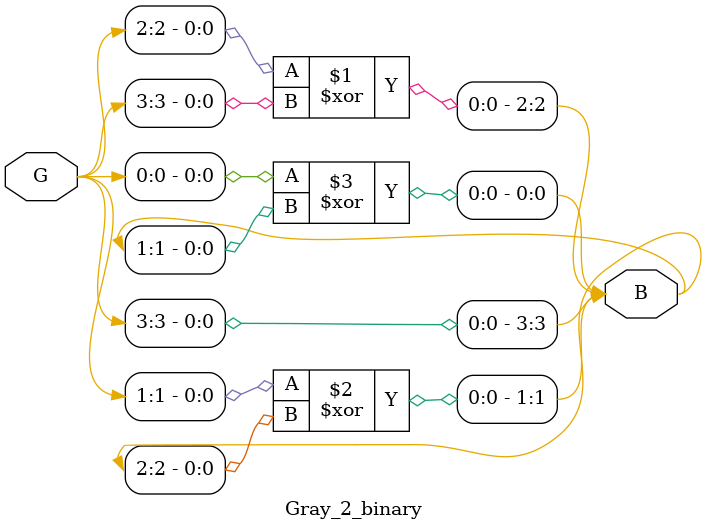
<source format=v>
`timescale 1ns / 1ps

module Gray_2_binary(G,B);
input [3:0]G;
output [3:0]B;

assign B[3]=G[3];
assign B[2]=G[2]^B[3];
assign B[1]=G[1]^B[2];
assign B[0]=G[0]^B[1];

endmodule

</source>
